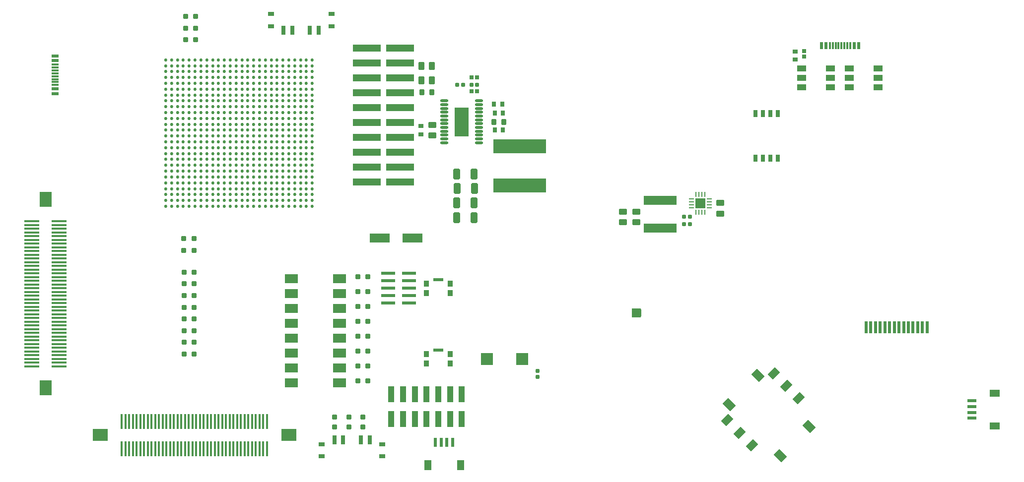
<source format=gtp>
G04*
G04 #@! TF.GenerationSoftware,Altium Limited,Altium Designer,24.10.1 (45)*
G04*
G04 Layer_Color=8421504*
%FSLAX44Y44*%
%MOMM*%
G71*
G04*
G04 #@! TF.SameCoordinates,98639135-FE56-4FAC-94B5-B9978FB97537*
G04*
G04*
G04 #@! TF.FilePolarity,Positive*
G04*
G01*
G75*
%ADD11R,4.7500X1.2000*%
%ADD12R,0.9000X1.0000*%
%ADD13R,1.7000X0.5500*%
%ADD14R,9.0932X2.3876*%
%ADD15R,1.0000X2.7500*%
%ADD16R,2.1600X1.5200*%
%ADD17R,0.3500X2.5000*%
%ADD18R,2.5000X2.0000*%
%ADD19R,3.5000X1.6000*%
%ADD20R,2.4000X0.6000*%
%ADD21R,2.5000X0.3500*%
%ADD22R,2.0000X2.5000*%
G04:AMPARAMS|DCode=23|XSize=1.8mm|YSize=1.15mm|CornerRadius=0.1438mm|HoleSize=0mm|Usage=FLASHONLY|Rotation=270.000|XOffset=0mm|YOffset=0mm|HoleType=Round|Shape=RoundedRectangle|*
%AMROUNDEDRECTD23*
21,1,1.8000,0.8625,0,0,270.0*
21,1,1.5125,1.1500,0,0,270.0*
1,1,0.2875,-0.4313,-0.7563*
1,1,0.2875,-0.4313,0.7563*
1,1,0.2875,0.4313,0.7563*
1,1,0.2875,0.4313,-0.7563*
%
%ADD23ROUNDEDRECTD23*%
G04:AMPARAMS|DCode=24|XSize=0.8mm|YSize=0.8mm|CornerRadius=0.1mm|HoleSize=0mm|Usage=FLASHONLY|Rotation=180.000|XOffset=0mm|YOffset=0mm|HoleType=Round|Shape=RoundedRectangle|*
%AMROUNDEDRECTD24*
21,1,0.8000,0.6000,0,0,180.0*
21,1,0.6000,0.8000,0,0,180.0*
1,1,0.2000,-0.3000,0.3000*
1,1,0.2000,0.3000,0.3000*
1,1,0.2000,0.3000,-0.3000*
1,1,0.2000,-0.3000,-0.3000*
%
%ADD24ROUNDEDRECTD24*%
G04:AMPARAMS|DCode=25|XSize=1mm|YSize=0.9mm|CornerRadius=0.1125mm|HoleSize=0mm|Usage=FLASHONLY|Rotation=270.000|XOffset=0mm|YOffset=0mm|HoleType=Round|Shape=RoundedRectangle|*
%AMROUNDEDRECTD25*
21,1,1.0000,0.6750,0,0,270.0*
21,1,0.7750,0.9000,0,0,270.0*
1,1,0.2250,-0.3375,-0.3875*
1,1,0.2250,-0.3375,0.3875*
1,1,0.2250,0.3375,0.3875*
1,1,0.2250,0.3375,-0.3875*
%
%ADD25ROUNDEDRECTD25*%
G04:AMPARAMS|DCode=26|XSize=1.4mm|YSize=1mm|CornerRadius=0.125mm|HoleSize=0mm|Usage=FLASHONLY|Rotation=270.000|XOffset=0mm|YOffset=0mm|HoleType=Round|Shape=RoundedRectangle|*
%AMROUNDEDRECTD26*
21,1,1.4000,0.7500,0,0,270.0*
21,1,1.1500,1.0000,0,0,270.0*
1,1,0.2500,-0.3750,-0.5750*
1,1,0.2500,-0.3750,0.5750*
1,1,0.2500,0.3750,0.5750*
1,1,0.2500,0.3750,-0.5750*
%
%ADD26ROUNDEDRECTD26*%
G04:AMPARAMS|DCode=27|XSize=1.4mm|YSize=1mm|CornerRadius=0.125mm|HoleSize=0mm|Usage=FLASHONLY|Rotation=0.000|XOffset=0mm|YOffset=0mm|HoleType=Round|Shape=RoundedRectangle|*
%AMROUNDEDRECTD27*
21,1,1.4000,0.7500,0,0,0.0*
21,1,1.1500,1.0000,0,0,0.0*
1,1,0.2500,0.5750,-0.3750*
1,1,0.2500,-0.5750,-0.3750*
1,1,0.2500,-0.5750,0.3750*
1,1,0.2500,0.5750,0.3750*
%
%ADD27ROUNDEDRECTD27*%
%ADD28R,0.7500X0.9500*%
%ADD29O,1.4000X0.4500*%
%ADD30R,2.3600X4.9400*%
%ADD31R,0.9500X0.7500*%
%ADD32R,0.6400X0.6400*%
G04:AMPARAMS|DCode=33|XSize=0.6mm|YSize=0.6mm|CornerRadius=0.06mm|HoleSize=0mm|Usage=FLASHONLY|Rotation=270.000|XOffset=0mm|YOffset=0mm|HoleType=Round|Shape=RoundedRectangle|*
%AMROUNDEDRECTD33*
21,1,0.6000,0.4800,0,0,270.0*
21,1,0.4800,0.6000,0,0,270.0*
1,1,0.1200,-0.2400,-0.2400*
1,1,0.1200,-0.2400,0.2400*
1,1,0.1200,0.2400,0.2400*
1,1,0.1200,0.2400,-0.2400*
%
%ADD33ROUNDEDRECTD33*%
%ADD34R,1.1500X0.3000*%
%ADD35R,1.1500X0.6000*%
%ADD36R,0.6000X1.5500*%
%ADD37R,1.2000X1.8000*%
%ADD38R,0.7000X1.5000*%
%ADD39R,1.0000X0.8000*%
%ADD40C,0.5300*%
%ADD41R,0.5001X2.0000*%
%ADD42R,1.5000X1.0000*%
%ADD43R,0.6000X1.1500*%
%ADD44R,0.6400X0.6400*%
%ADD45R,0.7600X1.2700*%
%ADD46R,1.5500X0.6000*%
G04:AMPARAMS|DCode=47|XSize=1.9mm|YSize=1.4mm|CornerRadius=0mm|HoleSize=0mm|Usage=FLASHONLY|Rotation=135.000|XOffset=0mm|YOffset=0mm|HoleType=Round|Shape=Rectangle|*
%AMROTATEDRECTD47*
4,1,4,1.1667,-0.1768,0.1768,-1.1667,-1.1667,0.1768,-0.1768,1.1667,1.1667,-0.1768,0.0*
%
%ADD47ROTATEDRECTD47*%

%ADD48O,0.9000X0.2500*%
%ADD49R,1.8000X1.8000*%
%ADD50O,0.2500X0.9000*%
G04:AMPARAMS|DCode=51|XSize=1.7mm|YSize=1.2mm|CornerRadius=0mm|HoleSize=0mm|Usage=FLASHONLY|Rotation=45.000|XOffset=0mm|YOffset=0mm|HoleType=Round|Shape=Rectangle|*
%AMROTATEDRECTD51*
4,1,4,-0.1768,-1.0253,-1.0253,-0.1768,0.1768,1.0253,1.0253,0.1768,-0.1768,-1.0253,0.0*
%
%ADD51ROTATEDRECTD51*%

%ADD52R,2.0000X2.0000*%
G04:AMPARAMS|DCode=53|XSize=0.6mm|YSize=0.6mm|CornerRadius=0.06mm|HoleSize=0mm|Usage=FLASHONLY|Rotation=180.000|XOffset=0mm|YOffset=0mm|HoleType=Round|Shape=RoundedRectangle|*
%AMROUNDEDRECTD53*
21,1,0.6000,0.4800,0,0,180.0*
21,1,0.4800,0.6000,0,0,180.0*
1,1,0.1200,-0.2400,0.2400*
1,1,0.1200,0.2400,0.2400*
1,1,0.1200,0.2400,-0.2400*
1,1,0.1200,-0.2400,-0.2400*
%
%ADD53ROUNDEDRECTD53*%
%ADD54R,5.7000X1.6000*%
%ADD55R,0.6350X1.2700*%
%ADD56R,0.3000X1.1500*%
G04:AMPARAMS|DCode=57|XSize=0.8mm|YSize=0.8mm|CornerRadius=0.1mm|HoleSize=0mm|Usage=FLASHONLY|Rotation=270.000|XOffset=0mm|YOffset=0mm|HoleType=Round|Shape=RoundedRectangle|*
%AMROUNDEDRECTD57*
21,1,0.8000,0.6000,0,0,270.0*
21,1,0.6000,0.8000,0,0,270.0*
1,1,0.2000,-0.3000,-0.3000*
1,1,0.2000,-0.3000,0.3000*
1,1,0.2000,0.3000,0.3000*
1,1,0.2000,0.3000,-0.3000*
%
%ADD57ROUNDEDRECTD57*%
%ADD58R,1.8000X1.2000*%
%ADD164R,1.6000X1.6000*%
D11*
X918565Y933416D02*
D03*
X861065D02*
D03*
X918565Y958816D02*
D03*
Y984216D02*
D03*
X861065Y958816D02*
D03*
Y984216D02*
D03*
X918565Y1009616D02*
D03*
Y1035016D02*
D03*
Y1060416D02*
D03*
Y1085816D02*
D03*
X861065Y1009616D02*
D03*
Y1035016D02*
D03*
Y1060416D02*
D03*
Y1085816D02*
D03*
Y908016D02*
D03*
Y882616D02*
D03*
Y857216D02*
D03*
X918565Y908016D02*
D03*
Y882616D02*
D03*
Y857216D02*
D03*
D12*
X963065Y563816D02*
D03*
Y547816D02*
D03*
X1004065D02*
D03*
Y563816D02*
D03*
Y667816D02*
D03*
X963065D02*
D03*
Y683816D02*
D03*
X1004065D02*
D03*
D13*
X983565Y570066D02*
D03*
Y690066D02*
D03*
D14*
X1122355Y851662D02*
D03*
Y918210D02*
D03*
D15*
X903285Y495046D02*
D03*
X1023285D02*
D03*
Y452446D02*
D03*
X1003285Y495046D02*
D03*
Y452446D02*
D03*
X983285Y495046D02*
D03*
Y452446D02*
D03*
X963285Y495046D02*
D03*
Y452446D02*
D03*
X943285Y495046D02*
D03*
Y452446D02*
D03*
X923285Y495046D02*
D03*
Y452446D02*
D03*
X903285D02*
D03*
D16*
X815135Y540036D02*
D03*
Y667036D02*
D03*
Y692436D02*
D03*
Y590836D02*
D03*
Y641636D02*
D03*
Y565436D02*
D03*
Y514636D02*
D03*
Y616236D02*
D03*
X732535Y514636D02*
D03*
Y540036D02*
D03*
Y565436D02*
D03*
Y590836D02*
D03*
Y616236D02*
D03*
Y641636D02*
D03*
Y692436D02*
D03*
Y667036D02*
D03*
D17*
X691195Y448696D02*
D03*
Y401696D02*
D03*
X684845Y448696D02*
D03*
Y401696D02*
D03*
X678495Y448696D02*
D03*
Y401696D02*
D03*
X672145Y448696D02*
D03*
Y401696D02*
D03*
X665795Y448696D02*
D03*
Y401696D02*
D03*
X659445Y448696D02*
D03*
Y401696D02*
D03*
X653095Y448696D02*
D03*
Y401696D02*
D03*
X646745Y448696D02*
D03*
Y401696D02*
D03*
X640395Y448696D02*
D03*
Y401696D02*
D03*
X634045Y448696D02*
D03*
Y401696D02*
D03*
X627695Y448696D02*
D03*
Y401696D02*
D03*
X621345Y448696D02*
D03*
Y401696D02*
D03*
X614995Y448696D02*
D03*
Y401696D02*
D03*
X608645Y448696D02*
D03*
Y401696D02*
D03*
X602295Y448696D02*
D03*
Y401696D02*
D03*
X595945Y448696D02*
D03*
Y401696D02*
D03*
X589595Y448696D02*
D03*
Y401696D02*
D03*
X583245Y448696D02*
D03*
Y401696D02*
D03*
X576895Y448696D02*
D03*
Y401696D02*
D03*
X570545Y448696D02*
D03*
Y401696D02*
D03*
X564195Y448696D02*
D03*
Y401696D02*
D03*
X557845Y448696D02*
D03*
Y401696D02*
D03*
X551495Y448696D02*
D03*
Y401696D02*
D03*
X545145Y448696D02*
D03*
Y401696D02*
D03*
X538795Y448696D02*
D03*
Y401696D02*
D03*
X532445Y448696D02*
D03*
Y401696D02*
D03*
X526095Y448696D02*
D03*
Y401696D02*
D03*
X519745Y448696D02*
D03*
Y401696D02*
D03*
X513395Y448696D02*
D03*
Y401696D02*
D03*
X507045Y448696D02*
D03*
Y401696D02*
D03*
X500695Y448696D02*
D03*
Y401696D02*
D03*
X494345Y448696D02*
D03*
Y401696D02*
D03*
X487995Y448696D02*
D03*
Y401696D02*
D03*
X481645Y448696D02*
D03*
Y401696D02*
D03*
X475295Y448696D02*
D03*
Y401696D02*
D03*
X468945Y448696D02*
D03*
Y401696D02*
D03*
X462595Y448696D02*
D03*
Y401696D02*
D03*
X456245Y448696D02*
D03*
Y401696D02*
D03*
X449895Y448696D02*
D03*
Y401696D02*
D03*
X443535Y448696D02*
D03*
Y401696D02*
D03*
D18*
X728215Y425196D02*
D03*
X406515D02*
D03*
D19*
X939535Y761746D02*
D03*
X883535D02*
D03*
D20*
X897565Y701216D02*
D03*
X933565D02*
D03*
X897565Y688516D02*
D03*
X933565D02*
D03*
X897565Y675816D02*
D03*
X933565D02*
D03*
X897565Y663116D02*
D03*
X933565D02*
D03*
X897565Y650416D02*
D03*
X933565D02*
D03*
D21*
X336865Y542666D02*
D03*
X289865D02*
D03*
X336865Y549016D02*
D03*
X289865D02*
D03*
X336865Y555366D02*
D03*
X289865D02*
D03*
X336865Y561716D02*
D03*
X289865D02*
D03*
X336865Y568066D02*
D03*
X289865D02*
D03*
X336865Y574416D02*
D03*
X289865D02*
D03*
X336865Y580766D02*
D03*
X289865D02*
D03*
X336865Y587116D02*
D03*
X289865D02*
D03*
X336865Y593466D02*
D03*
X289865D02*
D03*
X336865Y599816D02*
D03*
X289865D02*
D03*
X336865Y606166D02*
D03*
X289865D02*
D03*
X336865Y612516D02*
D03*
X289865D02*
D03*
X336865Y618866D02*
D03*
X289865D02*
D03*
X336865Y625216D02*
D03*
X289865D02*
D03*
X336865Y631566D02*
D03*
X289865D02*
D03*
X336865Y637916D02*
D03*
X289865D02*
D03*
X336865Y644266D02*
D03*
X289865D02*
D03*
X336865Y650616D02*
D03*
X289865D02*
D03*
X336865Y656966D02*
D03*
X289865D02*
D03*
X336865Y663316D02*
D03*
X289865D02*
D03*
X336865Y669666D02*
D03*
X289865D02*
D03*
X336865Y676016D02*
D03*
X289865D02*
D03*
X336865Y682366D02*
D03*
X289865D02*
D03*
X336865Y688716D02*
D03*
X289865D02*
D03*
X336865Y695066D02*
D03*
X289865D02*
D03*
X336865Y701416D02*
D03*
X289865D02*
D03*
X336865Y707766D02*
D03*
X289865D02*
D03*
X336865Y714116D02*
D03*
X289865D02*
D03*
X336865Y720466D02*
D03*
X289865D02*
D03*
X336865Y726816D02*
D03*
X289865D02*
D03*
X336865Y733166D02*
D03*
X289865D02*
D03*
X336865Y739516D02*
D03*
X289865D02*
D03*
X336865Y745866D02*
D03*
X289865D02*
D03*
X336865Y752216D02*
D03*
X289865D02*
D03*
X336865Y758566D02*
D03*
X289865D02*
D03*
X336865Y764916D02*
D03*
X289865D02*
D03*
X336865Y771266D02*
D03*
X289865D02*
D03*
X336865Y777616D02*
D03*
X289865D02*
D03*
X336865Y783966D02*
D03*
X289865D02*
D03*
X336865Y790326D02*
D03*
X289865D02*
D03*
D22*
X313365Y505646D02*
D03*
Y827346D02*
D03*
D23*
X1014645Y870546D02*
D03*
X1044645D02*
D03*
X1015275Y846366D02*
D03*
X1045275D02*
D03*
X1014645Y821436D02*
D03*
X1044645D02*
D03*
X1014645Y796036D02*
D03*
X1044645D02*
D03*
D24*
X566689Y563150D02*
D03*
X549689D02*
D03*
X552116Y1140156D02*
D03*
X569116D02*
D03*
X566895Y583386D02*
D03*
X549895D02*
D03*
X566895Y603386D02*
D03*
X549895D02*
D03*
X566416Y760736D02*
D03*
X549416D02*
D03*
X566895Y643386D02*
D03*
X549895D02*
D03*
X566416Y740736D02*
D03*
X549416D02*
D03*
X569116Y1100156D02*
D03*
X552116D02*
D03*
X569116Y1120156D02*
D03*
X552116D02*
D03*
X566895Y623386D02*
D03*
X549895D02*
D03*
X566895Y683386D02*
D03*
X549895D02*
D03*
X566895Y703386D02*
D03*
X549895D02*
D03*
X566895Y663386D02*
D03*
X549895D02*
D03*
X846075Y695246D02*
D03*
X863075D02*
D03*
X846075Y669846D02*
D03*
X863075D02*
D03*
X846075Y644446D02*
D03*
X863075D02*
D03*
X846075Y619046D02*
D03*
X863075D02*
D03*
X846075Y593646D02*
D03*
X863075D02*
D03*
X846075Y568246D02*
D03*
X863075D02*
D03*
X846075Y542846D02*
D03*
X863075D02*
D03*
X846075Y517446D02*
D03*
X863075D02*
D03*
D25*
X955065Y1010816D02*
D03*
X972065D02*
D03*
X1095295Y959866D02*
D03*
X1078295D02*
D03*
D26*
X972565Y1055816D02*
D03*
X954565D02*
D03*
X972565Y1030816D02*
D03*
X954565D02*
D03*
D27*
X973565Y954816D02*
D03*
Y936816D02*
D03*
X1464165Y803396D02*
D03*
X1321455Y806866D02*
D03*
X1298595D02*
D03*
X1321455Y788866D02*
D03*
X1298595D02*
D03*
X1464165Y821396D02*
D03*
D28*
X1093795Y945896D02*
D03*
X1079795D02*
D03*
X1093795Y975106D02*
D03*
X1079795D02*
D03*
X1092525Y990346D02*
D03*
X1078525D02*
D03*
D29*
X993565Y995816D02*
D03*
Y989316D02*
D03*
Y982816D02*
D03*
Y976316D02*
D03*
Y969816D02*
D03*
Y963316D02*
D03*
Y956816D02*
D03*
Y950316D02*
D03*
Y943816D02*
D03*
Y937316D02*
D03*
Y930816D02*
D03*
Y924316D02*
D03*
X1052565Y995816D02*
D03*
Y989316D02*
D03*
Y982816D02*
D03*
Y976316D02*
D03*
Y969816D02*
D03*
Y963316D02*
D03*
Y956816D02*
D03*
Y950316D02*
D03*
Y943816D02*
D03*
Y937316D02*
D03*
Y930816D02*
D03*
Y924316D02*
D03*
D30*
X1023065Y960066D02*
D03*
D31*
X953565Y938816D02*
D03*
Y952816D02*
D03*
X1591965Y1080111D02*
D03*
Y1066111D02*
D03*
D32*
X1040285Y1011936D02*
D03*
X1049485D02*
D03*
X1040285Y1036066D02*
D03*
X1049485D02*
D03*
D33*
X1039805Y1023366D02*
D03*
X1049805D02*
D03*
X1015835D02*
D03*
X1025835D02*
D03*
X1402815Y785166D02*
D03*
Y797866D02*
D03*
X1412815Y785166D02*
D03*
Y797866D02*
D03*
D34*
X330065Y1057896D02*
D03*
Y1052896D02*
D03*
Y1047896D02*
D03*
Y1042896D02*
D03*
Y1037896D02*
D03*
Y1032896D02*
D03*
Y1027896D02*
D03*
Y1022896D02*
D03*
D35*
Y1064396D02*
D03*
Y1016396D02*
D03*
Y1008396D02*
D03*
Y1072396D02*
D03*
D36*
X998165Y412396D02*
D03*
X1008165D02*
D03*
X988165D02*
D03*
X978165D02*
D03*
D37*
X965165Y373646D02*
D03*
X1021165D02*
D03*
D38*
X779445Y1116276D02*
D03*
X764445D02*
D03*
X719445D02*
D03*
X734445D02*
D03*
X866105Y416686D02*
D03*
X821105D02*
D03*
X806105D02*
D03*
X851105D02*
D03*
D39*
X697945Y1144276D02*
D03*
Y1123276D02*
D03*
X800945Y1144276D02*
D03*
Y1123276D02*
D03*
X784605Y388686D02*
D03*
Y409686D02*
D03*
X887605Y388686D02*
D03*
Y409686D02*
D03*
D40*
X518565Y815816D02*
D03*
Y825816D02*
D03*
Y835816D02*
D03*
Y845816D02*
D03*
Y855816D02*
D03*
Y865816D02*
D03*
Y875816D02*
D03*
Y885816D02*
D03*
Y895816D02*
D03*
Y905816D02*
D03*
Y915816D02*
D03*
Y925816D02*
D03*
Y935816D02*
D03*
Y945816D02*
D03*
Y955816D02*
D03*
Y965816D02*
D03*
Y975816D02*
D03*
Y985816D02*
D03*
Y995816D02*
D03*
Y1005816D02*
D03*
Y1015816D02*
D03*
Y1025816D02*
D03*
Y1035816D02*
D03*
Y1045816D02*
D03*
Y1055816D02*
D03*
Y1065816D02*
D03*
X528565Y815816D02*
D03*
Y825816D02*
D03*
Y835816D02*
D03*
Y845816D02*
D03*
Y855816D02*
D03*
Y865816D02*
D03*
Y875816D02*
D03*
Y885816D02*
D03*
Y895816D02*
D03*
Y905816D02*
D03*
Y915816D02*
D03*
Y925816D02*
D03*
Y935816D02*
D03*
Y945816D02*
D03*
Y955816D02*
D03*
Y965816D02*
D03*
Y975816D02*
D03*
Y985816D02*
D03*
Y995816D02*
D03*
Y1005816D02*
D03*
Y1015816D02*
D03*
Y1025816D02*
D03*
Y1035816D02*
D03*
Y1045816D02*
D03*
Y1055816D02*
D03*
Y1065816D02*
D03*
X538565Y815816D02*
D03*
Y825816D02*
D03*
Y835816D02*
D03*
Y845816D02*
D03*
Y855816D02*
D03*
Y865816D02*
D03*
Y875816D02*
D03*
Y885816D02*
D03*
Y895816D02*
D03*
Y905816D02*
D03*
Y915816D02*
D03*
Y925816D02*
D03*
Y935816D02*
D03*
Y945816D02*
D03*
Y955816D02*
D03*
Y965816D02*
D03*
Y975816D02*
D03*
Y985816D02*
D03*
Y995816D02*
D03*
Y1005816D02*
D03*
Y1015816D02*
D03*
Y1025816D02*
D03*
Y1035816D02*
D03*
Y1045816D02*
D03*
Y1055816D02*
D03*
Y1065816D02*
D03*
X548565Y815816D02*
D03*
Y825816D02*
D03*
Y835816D02*
D03*
Y845816D02*
D03*
Y855816D02*
D03*
Y865816D02*
D03*
Y875816D02*
D03*
Y885816D02*
D03*
Y895816D02*
D03*
Y905816D02*
D03*
Y915816D02*
D03*
Y925816D02*
D03*
Y935816D02*
D03*
Y945816D02*
D03*
Y955816D02*
D03*
Y965816D02*
D03*
Y975816D02*
D03*
Y985816D02*
D03*
Y995816D02*
D03*
Y1005816D02*
D03*
Y1015816D02*
D03*
Y1025816D02*
D03*
Y1035816D02*
D03*
Y1045816D02*
D03*
Y1055816D02*
D03*
Y1065816D02*
D03*
X558565Y815816D02*
D03*
Y825816D02*
D03*
Y835816D02*
D03*
Y845816D02*
D03*
Y855816D02*
D03*
Y865816D02*
D03*
Y875816D02*
D03*
Y885816D02*
D03*
Y895816D02*
D03*
Y905816D02*
D03*
Y915816D02*
D03*
Y925816D02*
D03*
Y935816D02*
D03*
Y945816D02*
D03*
Y955816D02*
D03*
Y965816D02*
D03*
Y975816D02*
D03*
Y985816D02*
D03*
Y995816D02*
D03*
Y1005816D02*
D03*
Y1015816D02*
D03*
Y1025816D02*
D03*
Y1035816D02*
D03*
Y1045816D02*
D03*
Y1055816D02*
D03*
Y1065816D02*
D03*
X568565Y815816D02*
D03*
Y825816D02*
D03*
Y835816D02*
D03*
Y845816D02*
D03*
Y855816D02*
D03*
Y865816D02*
D03*
Y875816D02*
D03*
Y885816D02*
D03*
Y895816D02*
D03*
Y905816D02*
D03*
Y915816D02*
D03*
Y925816D02*
D03*
Y935816D02*
D03*
Y945816D02*
D03*
Y955816D02*
D03*
Y965816D02*
D03*
Y975816D02*
D03*
Y985816D02*
D03*
Y995816D02*
D03*
Y1005816D02*
D03*
Y1015816D02*
D03*
Y1025816D02*
D03*
Y1035816D02*
D03*
Y1045816D02*
D03*
Y1055816D02*
D03*
Y1065816D02*
D03*
X578565Y815816D02*
D03*
Y825816D02*
D03*
Y835816D02*
D03*
Y845816D02*
D03*
Y855816D02*
D03*
Y865816D02*
D03*
Y875816D02*
D03*
Y885816D02*
D03*
Y895816D02*
D03*
Y905816D02*
D03*
Y915816D02*
D03*
Y925816D02*
D03*
Y935816D02*
D03*
Y945816D02*
D03*
Y955816D02*
D03*
Y965816D02*
D03*
Y975816D02*
D03*
Y985816D02*
D03*
Y995816D02*
D03*
Y1005816D02*
D03*
Y1015816D02*
D03*
Y1025816D02*
D03*
Y1035816D02*
D03*
Y1045816D02*
D03*
Y1055816D02*
D03*
Y1065816D02*
D03*
X588565Y815816D02*
D03*
Y825816D02*
D03*
Y835816D02*
D03*
Y845816D02*
D03*
Y855816D02*
D03*
Y865816D02*
D03*
Y875816D02*
D03*
Y885816D02*
D03*
Y895816D02*
D03*
Y905816D02*
D03*
Y915816D02*
D03*
Y925816D02*
D03*
Y935816D02*
D03*
Y945816D02*
D03*
Y955816D02*
D03*
Y965816D02*
D03*
Y975816D02*
D03*
Y985816D02*
D03*
Y995816D02*
D03*
Y1005816D02*
D03*
Y1015816D02*
D03*
Y1025816D02*
D03*
Y1035816D02*
D03*
Y1045816D02*
D03*
Y1055816D02*
D03*
Y1065816D02*
D03*
X598565Y815816D02*
D03*
Y825816D02*
D03*
Y835816D02*
D03*
Y845816D02*
D03*
Y855816D02*
D03*
Y865816D02*
D03*
Y875816D02*
D03*
Y885816D02*
D03*
Y895816D02*
D03*
Y905816D02*
D03*
Y915816D02*
D03*
Y925816D02*
D03*
Y935816D02*
D03*
Y945816D02*
D03*
Y955816D02*
D03*
Y965816D02*
D03*
Y975816D02*
D03*
Y985816D02*
D03*
Y995816D02*
D03*
Y1005816D02*
D03*
Y1015816D02*
D03*
Y1025816D02*
D03*
Y1035816D02*
D03*
Y1045816D02*
D03*
Y1055816D02*
D03*
Y1065816D02*
D03*
X608565Y815816D02*
D03*
Y825816D02*
D03*
Y835816D02*
D03*
Y845816D02*
D03*
Y855816D02*
D03*
Y865816D02*
D03*
Y875816D02*
D03*
Y885816D02*
D03*
Y895816D02*
D03*
Y905816D02*
D03*
Y915816D02*
D03*
Y925816D02*
D03*
Y935816D02*
D03*
Y945816D02*
D03*
Y955816D02*
D03*
Y965816D02*
D03*
Y975816D02*
D03*
Y985816D02*
D03*
Y995816D02*
D03*
Y1005816D02*
D03*
Y1015816D02*
D03*
Y1025816D02*
D03*
Y1035816D02*
D03*
Y1045816D02*
D03*
Y1055816D02*
D03*
Y1065816D02*
D03*
X618565Y815816D02*
D03*
Y825816D02*
D03*
Y835816D02*
D03*
Y845816D02*
D03*
Y855816D02*
D03*
Y865816D02*
D03*
Y875816D02*
D03*
Y885816D02*
D03*
Y895816D02*
D03*
Y905816D02*
D03*
Y915816D02*
D03*
Y925816D02*
D03*
Y935816D02*
D03*
Y945816D02*
D03*
Y955816D02*
D03*
Y965816D02*
D03*
Y975816D02*
D03*
Y985816D02*
D03*
Y995816D02*
D03*
Y1005816D02*
D03*
Y1015816D02*
D03*
Y1025816D02*
D03*
Y1035816D02*
D03*
Y1045816D02*
D03*
Y1055816D02*
D03*
Y1065816D02*
D03*
X628565Y815816D02*
D03*
Y825816D02*
D03*
Y835816D02*
D03*
Y845816D02*
D03*
Y855816D02*
D03*
Y865816D02*
D03*
Y875816D02*
D03*
Y885816D02*
D03*
Y895816D02*
D03*
Y905816D02*
D03*
Y915816D02*
D03*
Y925816D02*
D03*
Y935816D02*
D03*
Y945816D02*
D03*
Y955816D02*
D03*
Y965816D02*
D03*
Y975816D02*
D03*
Y985816D02*
D03*
Y995816D02*
D03*
Y1005816D02*
D03*
Y1015816D02*
D03*
Y1025816D02*
D03*
Y1035816D02*
D03*
Y1045816D02*
D03*
Y1055816D02*
D03*
Y1065816D02*
D03*
X638565Y815816D02*
D03*
Y825816D02*
D03*
Y835816D02*
D03*
Y845816D02*
D03*
Y855816D02*
D03*
Y865816D02*
D03*
Y875816D02*
D03*
Y885816D02*
D03*
Y895816D02*
D03*
Y905816D02*
D03*
Y915816D02*
D03*
Y925816D02*
D03*
Y935816D02*
D03*
Y945816D02*
D03*
Y955816D02*
D03*
Y965816D02*
D03*
Y975816D02*
D03*
Y985816D02*
D03*
Y995816D02*
D03*
Y1005816D02*
D03*
Y1015816D02*
D03*
Y1025816D02*
D03*
Y1035816D02*
D03*
Y1045816D02*
D03*
Y1055816D02*
D03*
Y1065816D02*
D03*
X648565Y815816D02*
D03*
Y825816D02*
D03*
Y835816D02*
D03*
Y845816D02*
D03*
Y855816D02*
D03*
Y865816D02*
D03*
Y875816D02*
D03*
Y885816D02*
D03*
Y895816D02*
D03*
Y905816D02*
D03*
Y915816D02*
D03*
Y925816D02*
D03*
Y935816D02*
D03*
Y945816D02*
D03*
Y955816D02*
D03*
Y965816D02*
D03*
Y975816D02*
D03*
Y985816D02*
D03*
Y995816D02*
D03*
Y1005816D02*
D03*
Y1015816D02*
D03*
Y1025816D02*
D03*
Y1035816D02*
D03*
Y1045816D02*
D03*
Y1055816D02*
D03*
Y1065816D02*
D03*
X658565Y815816D02*
D03*
Y825816D02*
D03*
Y835816D02*
D03*
Y845816D02*
D03*
Y855816D02*
D03*
Y865816D02*
D03*
Y875816D02*
D03*
Y885816D02*
D03*
Y895816D02*
D03*
Y905816D02*
D03*
Y915816D02*
D03*
Y925816D02*
D03*
Y935816D02*
D03*
Y945816D02*
D03*
Y955816D02*
D03*
Y965816D02*
D03*
Y975816D02*
D03*
Y985816D02*
D03*
Y995816D02*
D03*
Y1005816D02*
D03*
Y1015816D02*
D03*
Y1025816D02*
D03*
Y1035816D02*
D03*
Y1045816D02*
D03*
Y1055816D02*
D03*
Y1065816D02*
D03*
X668565Y815816D02*
D03*
Y825816D02*
D03*
Y835816D02*
D03*
Y845816D02*
D03*
Y855816D02*
D03*
Y865816D02*
D03*
Y875816D02*
D03*
Y885816D02*
D03*
Y895816D02*
D03*
Y905816D02*
D03*
Y915816D02*
D03*
Y925816D02*
D03*
Y935816D02*
D03*
Y945816D02*
D03*
Y955816D02*
D03*
Y965816D02*
D03*
Y975816D02*
D03*
Y985816D02*
D03*
Y995816D02*
D03*
Y1005816D02*
D03*
Y1015816D02*
D03*
Y1025816D02*
D03*
Y1035816D02*
D03*
Y1045816D02*
D03*
Y1055816D02*
D03*
Y1065816D02*
D03*
X678565Y815816D02*
D03*
Y825816D02*
D03*
Y835816D02*
D03*
Y845816D02*
D03*
Y855816D02*
D03*
Y865816D02*
D03*
Y875816D02*
D03*
Y885816D02*
D03*
Y895816D02*
D03*
Y905816D02*
D03*
Y915816D02*
D03*
Y925816D02*
D03*
Y935816D02*
D03*
Y945816D02*
D03*
Y955816D02*
D03*
Y965816D02*
D03*
Y975816D02*
D03*
Y985816D02*
D03*
Y995816D02*
D03*
Y1005816D02*
D03*
Y1015816D02*
D03*
Y1025816D02*
D03*
Y1035816D02*
D03*
Y1045816D02*
D03*
Y1055816D02*
D03*
Y1065816D02*
D03*
X688565Y815816D02*
D03*
Y825816D02*
D03*
Y835816D02*
D03*
Y845816D02*
D03*
Y855816D02*
D03*
Y865816D02*
D03*
Y875816D02*
D03*
Y885816D02*
D03*
Y895816D02*
D03*
Y905816D02*
D03*
Y915816D02*
D03*
Y925816D02*
D03*
Y935816D02*
D03*
Y945816D02*
D03*
Y955816D02*
D03*
Y965816D02*
D03*
Y975816D02*
D03*
Y985816D02*
D03*
Y995816D02*
D03*
Y1005816D02*
D03*
Y1015816D02*
D03*
Y1025816D02*
D03*
Y1035816D02*
D03*
Y1045816D02*
D03*
Y1055816D02*
D03*
Y1065816D02*
D03*
X698565Y815816D02*
D03*
Y825816D02*
D03*
Y835816D02*
D03*
Y845816D02*
D03*
Y855816D02*
D03*
Y865816D02*
D03*
Y875816D02*
D03*
Y885816D02*
D03*
Y895816D02*
D03*
Y905816D02*
D03*
Y915816D02*
D03*
Y925816D02*
D03*
Y935816D02*
D03*
Y945816D02*
D03*
Y955816D02*
D03*
Y965816D02*
D03*
Y975816D02*
D03*
Y985816D02*
D03*
Y995816D02*
D03*
Y1005816D02*
D03*
Y1015816D02*
D03*
Y1025816D02*
D03*
Y1035816D02*
D03*
Y1045816D02*
D03*
Y1055816D02*
D03*
Y1065816D02*
D03*
X708565Y815816D02*
D03*
Y825816D02*
D03*
Y835816D02*
D03*
Y845816D02*
D03*
Y855816D02*
D03*
Y865816D02*
D03*
Y875816D02*
D03*
Y885816D02*
D03*
Y895816D02*
D03*
Y905816D02*
D03*
Y915816D02*
D03*
Y925816D02*
D03*
Y935816D02*
D03*
Y945816D02*
D03*
Y955816D02*
D03*
Y965816D02*
D03*
Y975816D02*
D03*
Y985816D02*
D03*
Y995816D02*
D03*
Y1005816D02*
D03*
Y1015816D02*
D03*
Y1025816D02*
D03*
Y1035816D02*
D03*
Y1045816D02*
D03*
Y1055816D02*
D03*
Y1065816D02*
D03*
X718565Y815816D02*
D03*
Y825816D02*
D03*
Y835816D02*
D03*
Y845816D02*
D03*
Y855816D02*
D03*
Y865816D02*
D03*
Y875816D02*
D03*
Y885816D02*
D03*
Y895816D02*
D03*
Y905816D02*
D03*
Y915816D02*
D03*
Y925816D02*
D03*
Y935816D02*
D03*
Y945816D02*
D03*
Y955816D02*
D03*
Y965816D02*
D03*
Y975816D02*
D03*
Y985816D02*
D03*
Y995816D02*
D03*
Y1005816D02*
D03*
Y1015816D02*
D03*
Y1025816D02*
D03*
Y1035816D02*
D03*
Y1045816D02*
D03*
Y1055816D02*
D03*
Y1065816D02*
D03*
X728565Y815816D02*
D03*
Y825816D02*
D03*
Y835816D02*
D03*
Y845816D02*
D03*
Y855816D02*
D03*
Y865816D02*
D03*
Y875816D02*
D03*
Y885816D02*
D03*
Y895816D02*
D03*
Y905816D02*
D03*
Y915816D02*
D03*
Y925816D02*
D03*
Y935816D02*
D03*
Y945816D02*
D03*
Y955816D02*
D03*
Y965816D02*
D03*
Y975816D02*
D03*
Y985816D02*
D03*
Y995816D02*
D03*
Y1005816D02*
D03*
Y1015816D02*
D03*
Y1025816D02*
D03*
Y1035816D02*
D03*
Y1045816D02*
D03*
Y1055816D02*
D03*
Y1065816D02*
D03*
X738565Y815816D02*
D03*
Y825816D02*
D03*
Y835816D02*
D03*
Y845816D02*
D03*
Y855816D02*
D03*
Y865816D02*
D03*
Y875816D02*
D03*
Y885816D02*
D03*
Y895816D02*
D03*
Y905816D02*
D03*
Y915816D02*
D03*
Y925816D02*
D03*
Y935816D02*
D03*
Y945816D02*
D03*
Y955816D02*
D03*
Y965816D02*
D03*
Y975816D02*
D03*
Y985816D02*
D03*
Y995816D02*
D03*
Y1005816D02*
D03*
Y1015816D02*
D03*
Y1025816D02*
D03*
Y1035816D02*
D03*
Y1045816D02*
D03*
Y1055816D02*
D03*
Y1065816D02*
D03*
X748565Y815816D02*
D03*
Y825816D02*
D03*
Y835816D02*
D03*
Y845816D02*
D03*
Y855816D02*
D03*
Y865816D02*
D03*
Y875816D02*
D03*
Y885816D02*
D03*
Y895816D02*
D03*
Y905816D02*
D03*
Y915816D02*
D03*
Y925816D02*
D03*
Y935816D02*
D03*
Y945816D02*
D03*
Y955816D02*
D03*
Y965816D02*
D03*
Y975816D02*
D03*
Y985816D02*
D03*
Y995816D02*
D03*
Y1005816D02*
D03*
Y1015816D02*
D03*
Y1025816D02*
D03*
Y1035816D02*
D03*
Y1045816D02*
D03*
Y1055816D02*
D03*
Y1065816D02*
D03*
X758565Y815816D02*
D03*
Y825816D02*
D03*
Y835816D02*
D03*
Y845816D02*
D03*
Y855816D02*
D03*
Y865816D02*
D03*
Y875816D02*
D03*
Y885816D02*
D03*
Y895816D02*
D03*
Y905816D02*
D03*
Y915816D02*
D03*
Y925816D02*
D03*
Y935816D02*
D03*
Y945816D02*
D03*
Y955816D02*
D03*
Y965816D02*
D03*
Y975816D02*
D03*
Y985816D02*
D03*
Y995816D02*
D03*
Y1005816D02*
D03*
Y1015816D02*
D03*
Y1025816D02*
D03*
Y1035816D02*
D03*
Y1045816D02*
D03*
Y1055816D02*
D03*
Y1065816D02*
D03*
X768565Y815816D02*
D03*
Y825816D02*
D03*
Y835816D02*
D03*
Y845816D02*
D03*
Y855816D02*
D03*
Y865816D02*
D03*
Y875816D02*
D03*
Y885816D02*
D03*
Y895816D02*
D03*
Y905816D02*
D03*
Y915816D02*
D03*
Y925816D02*
D03*
Y935816D02*
D03*
Y945816D02*
D03*
Y955816D02*
D03*
Y965816D02*
D03*
Y975816D02*
D03*
Y985816D02*
D03*
Y995816D02*
D03*
Y1005816D02*
D03*
Y1015816D02*
D03*
Y1025816D02*
D03*
Y1035816D02*
D03*
Y1045816D02*
D03*
Y1055816D02*
D03*
Y1065816D02*
D03*
D41*
X1721165Y609396D02*
D03*
X1729167D02*
D03*
X1737165D02*
D03*
X1745166D02*
D03*
X1753167D02*
D03*
X1761165D02*
D03*
X1769166D02*
D03*
X1777165D02*
D03*
X1785166D02*
D03*
X1793167D02*
D03*
X1801165D02*
D03*
X1809166D02*
D03*
X1817165D02*
D03*
X1713167D02*
D03*
D42*
X1733305Y1035356D02*
D03*
X1652025D02*
D03*
X1684305Y1051356D02*
D03*
Y1035356D02*
D03*
Y1019356D02*
D03*
X1733305Y1051356D02*
D03*
Y1019356D02*
D03*
X1652025D02*
D03*
Y1051356D02*
D03*
X1603025Y1019356D02*
D03*
Y1035356D02*
D03*
Y1051356D02*
D03*
D43*
X1700665Y1090396D02*
D03*
X1636665D02*
D03*
X1692665D02*
D03*
X1644665D02*
D03*
D44*
X1607205Y1080596D02*
D03*
Y1071396D02*
D03*
D45*
X1537355Y974396D02*
D03*
X1524655D02*
D03*
Y898196D02*
D03*
X1537355D02*
D03*
X1550055D02*
D03*
X1562755D02*
D03*
Y974396D02*
D03*
X1550055D02*
D03*
D46*
X1893575Y453996D02*
D03*
Y463996D02*
D03*
Y483996D02*
D03*
Y473996D02*
D03*
D47*
X1616062Y439693D02*
D03*
X1566565Y390196D02*
D03*
X1528735Y527021D02*
D03*
X1479237Y477523D02*
D03*
D48*
X1415425Y828226D02*
D03*
Y823226D02*
D03*
Y818226D02*
D03*
X1445925Y828226D02*
D03*
Y823226D02*
D03*
Y818226D02*
D03*
Y813226D02*
D03*
X1415425D02*
D03*
D49*
X1430675Y820726D02*
D03*
D50*
X1423175Y805476D02*
D03*
Y835976D02*
D03*
X1428175D02*
D03*
X1433175D02*
D03*
X1438175D02*
D03*
Y805476D02*
D03*
X1433175D02*
D03*
X1428175D02*
D03*
D51*
X1576995Y509166D02*
D03*
X1497092Y429263D02*
D03*
X1518305Y408050D02*
D03*
X1598208Y487953D02*
D03*
X1475878Y450477D02*
D03*
X1555781Y530380D02*
D03*
D52*
X1066665Y555296D02*
D03*
X1126665D02*
D03*
D53*
X1152545Y534896D02*
D03*
Y524896D02*
D03*
D54*
X1362095Y778772D02*
D03*
Y825771D02*
D03*
D55*
X1317645Y634036D02*
D03*
X1325883D02*
D03*
D56*
X1686165Y1090396D02*
D03*
X1681165D02*
D03*
X1676165D02*
D03*
X1671165D02*
D03*
X1666165D02*
D03*
X1661165D02*
D03*
X1656165D02*
D03*
X1651165D02*
D03*
D57*
X854995Y439066D02*
D03*
Y456066D02*
D03*
X806735Y439066D02*
D03*
Y456066D02*
D03*
X830865Y439066D02*
D03*
Y456066D02*
D03*
D58*
X1932325Y496996D02*
D03*
Y440996D02*
D03*
D164*
X1320764Y634036D02*
D03*
M02*

</source>
